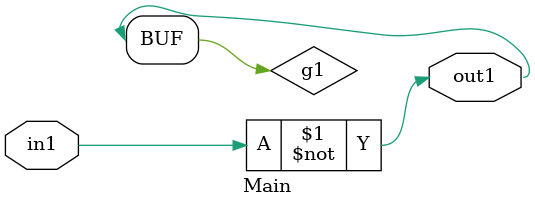
<source format=v>
module Main(in1, out1);
  output out1;
  input in1;  
  
  assign g1 = ~in1;
  
  assign out1 = g1;
  
  endmodule
  
 // Single Not Gate
 // Total Gates: 3
 // Gates: 1, 40, 52

</source>
